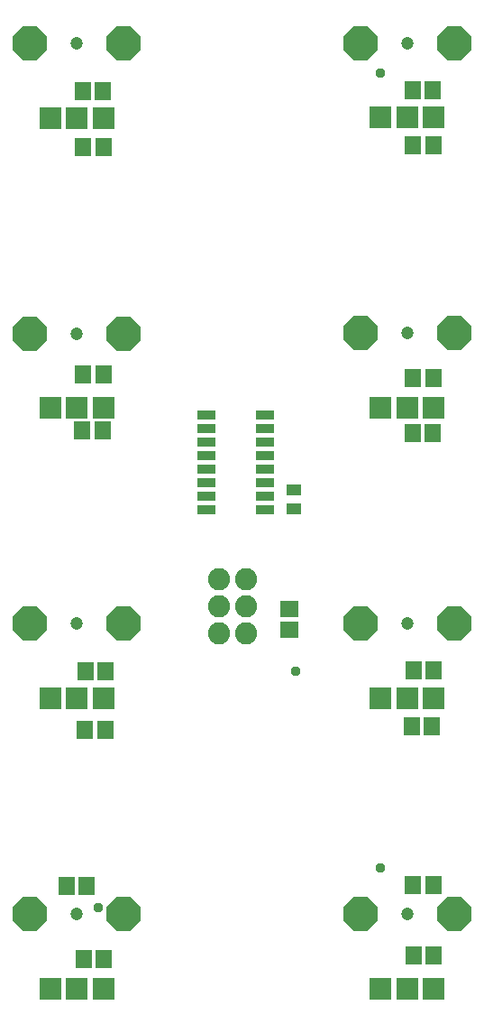
<source format=gbr>
G04 EAGLE Gerber RS-274X export*
G75*
%MOMM*%
%FSLAX34Y34*%
%LPD*%
%INSoldermask Bottom*%
%IPPOS*%
%AMOC8*
5,1,8,0,0,1.08239X$1,22.5*%
G01*
%ADD10C,1.203200*%
%ADD11R,1.503200X1.703200*%
%ADD12R,1.703200X1.503200*%
%ADD13C,2.082800*%
%ADD14R,1.403200X1.003200*%
%ADD15R,2.082800X2.082800*%
%ADD16P,3.467112X8X292.500000*%
%ADD17R,1.753200X0.903200*%
%ADD18C,0.959600*%


D10*
X379100Y907200D03*
X379100Y634700D03*
X379000Y362200D03*
X379200Y89800D03*
X68800Y89700D03*
X68700Y362100D03*
X68700Y634400D03*
X68700Y906800D03*
D11*
X384100Y540900D03*
X403100Y540900D03*
X384900Y318700D03*
X403900Y318700D03*
X385100Y50700D03*
X404100Y50700D03*
X384100Y862700D03*
X403100Y862700D03*
X75300Y47700D03*
X94300Y47700D03*
X74500Y809700D03*
X93500Y809700D03*
X76700Y317700D03*
X95700Y317700D03*
X73900Y543700D03*
X92900Y543700D03*
D12*
X268200Y375600D03*
X268200Y356600D03*
D11*
X383300Y265900D03*
X402300Y265900D03*
X384500Y116900D03*
X403500Y116900D03*
X384700Y810900D03*
X403700Y810900D03*
X58900Y115900D03*
X77900Y115900D03*
X74100Y861900D03*
X93100Y861900D03*
X76300Y262900D03*
X95300Y262900D03*
X74500Y595900D03*
X93500Y595900D03*
X384700Y592900D03*
X403700Y592900D03*
D13*
X202000Y404100D03*
X227400Y404100D03*
X202000Y378700D03*
X227400Y378700D03*
X202000Y353300D03*
X227400Y353300D03*
D14*
X272800Y469700D03*
X272800Y487700D03*
D15*
X354100Y564722D03*
X379100Y564722D03*
X404100Y564722D03*
D16*
X335100Y634722D03*
X423100Y634722D03*
D15*
X354100Y292278D03*
X379100Y292278D03*
X404100Y292278D03*
D16*
X335100Y362278D03*
X423100Y362278D03*
D15*
X354100Y19833D03*
X379100Y19833D03*
X404100Y19833D03*
D16*
X335100Y89833D03*
X423100Y89833D03*
D15*
X354100Y837167D03*
X379100Y837167D03*
X404100Y837167D03*
D16*
X335100Y907167D03*
X423100Y907167D03*
D15*
X43700Y19833D03*
X68700Y19833D03*
X93700Y19833D03*
D16*
X24700Y89833D03*
X112700Y89833D03*
D15*
X43700Y836833D03*
X68700Y836833D03*
X93700Y836833D03*
D16*
X24700Y906833D03*
X112700Y906833D03*
D15*
X43700Y292167D03*
X68700Y292167D03*
X93700Y292167D03*
D16*
X24700Y362167D03*
X112700Y362167D03*
D15*
X43700Y564500D03*
X68700Y564500D03*
X93700Y564500D03*
D16*
X24700Y634500D03*
X112700Y634500D03*
D17*
X245250Y558450D03*
X245250Y545750D03*
X245250Y533050D03*
X245250Y520350D03*
X245250Y507650D03*
X245250Y494950D03*
X245250Y482250D03*
X245250Y469550D03*
X190750Y469550D03*
X190750Y482250D03*
X190750Y494950D03*
X190750Y507650D03*
X190750Y520350D03*
X190750Y533050D03*
X190750Y545750D03*
X190750Y558450D03*
D18*
X89000Y96000D03*
X354000Y133000D03*
X354000Y879000D03*
X274000Y318000D03*
M02*

</source>
